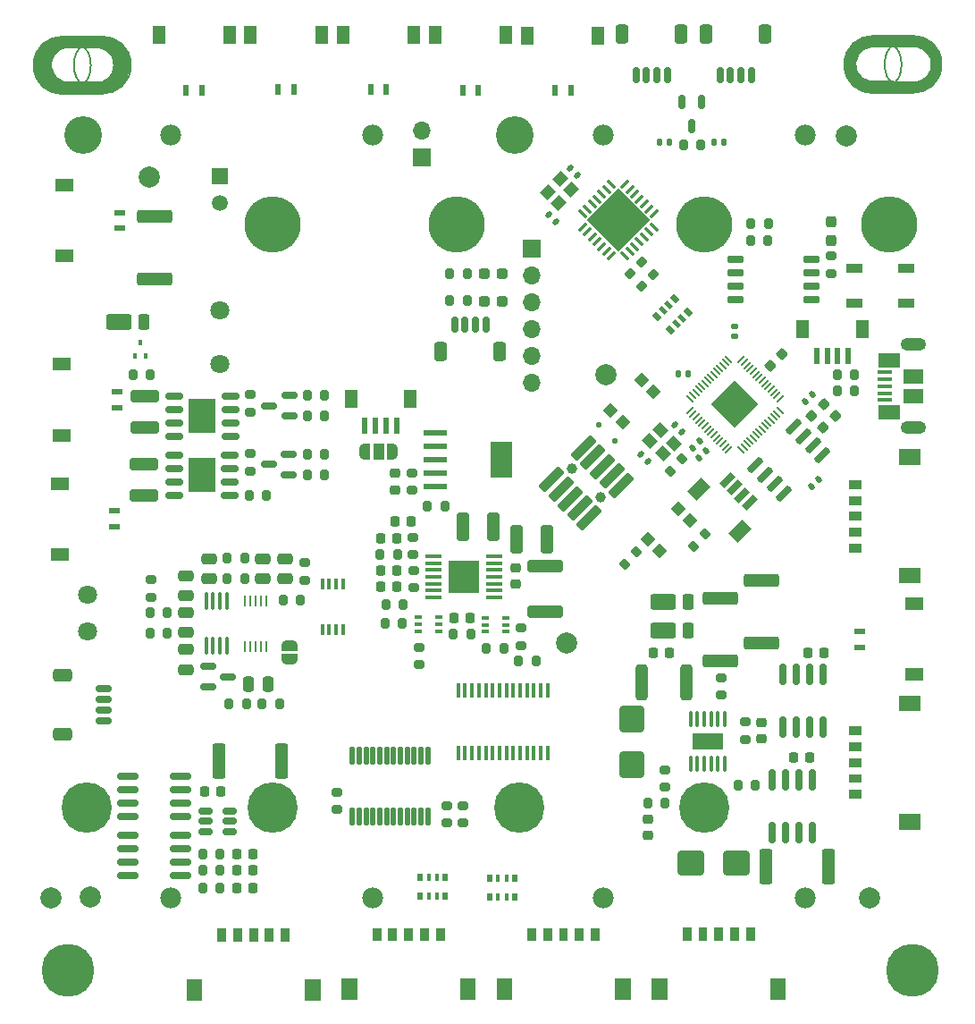
<source format=gbr>
%TF.GenerationSoftware,KiCad,Pcbnew,7.0.1*%
%TF.CreationDate,2023-12-11T20:48:33-07:00*%
%TF.ProjectId,Battery_Board_V3,42617474-6572-4795-9f42-6f6172645f56,rev?*%
%TF.SameCoordinates,Original*%
%TF.FileFunction,Soldermask,Top*%
%TF.FilePolarity,Negative*%
%FSLAX46Y46*%
G04 Gerber Fmt 4.6, Leading zero omitted, Abs format (unit mm)*
G04 Created by KiCad (PCBNEW 7.0.1) date 2023-12-11 20:48:33*
%MOMM*%
%LPD*%
G01*
G04 APERTURE LIST*
G04 Aperture macros list*
%AMRoundRect*
0 Rectangle with rounded corners*
0 $1 Rounding radius*
0 $2 $3 $4 $5 $6 $7 $8 $9 X,Y pos of 4 corners*
0 Add a 4 corners polygon primitive as box body*
4,1,4,$2,$3,$4,$5,$6,$7,$8,$9,$2,$3,0*
0 Add four circle primitives for the rounded corners*
1,1,$1+$1,$2,$3*
1,1,$1+$1,$4,$5*
1,1,$1+$1,$6,$7*
1,1,$1+$1,$8,$9*
0 Add four rect primitives between the rounded corners*
20,1,$1+$1,$2,$3,$4,$5,0*
20,1,$1+$1,$4,$5,$6,$7,0*
20,1,$1+$1,$6,$7,$8,$9,0*
20,1,$1+$1,$8,$9,$2,$3,0*%
%AMRotRect*
0 Rectangle, with rotation*
0 The origin of the aperture is its center*
0 $1 length*
0 $2 width*
0 $3 Rotation angle, in degrees counterclockwise*
0 Add horizontal line*
21,1,$1,$2,0,0,$3*%
%AMFreePoly0*
4,1,19,0.550000,-0.750000,0.000000,-0.750000,0.000000,-0.744911,-0.071157,-0.744911,-0.207708,-0.704816,-0.327430,-0.627875,-0.420627,-0.520320,-0.479746,-0.390866,-0.500000,-0.250000,-0.500000,0.250000,-0.479746,0.390866,-0.420627,0.520320,-0.327430,0.627875,-0.207708,0.704816,-0.071157,0.744911,0.000000,0.744911,0.000000,0.750000,0.550000,0.750000,0.550000,-0.750000,0.550000,-0.750000,
$1*%
%AMFreePoly1*
4,1,19,0.000000,0.744911,0.071157,0.744911,0.207708,0.704816,0.327430,0.627875,0.420627,0.520320,0.479746,0.390866,0.500000,0.250000,0.500000,-0.250000,0.479746,-0.390866,0.420627,-0.520320,0.327430,-0.627875,0.207708,-0.704816,0.071157,-0.744911,0.000000,-0.744911,0.000000,-0.750000,-0.550000,-0.750000,-0.550000,0.750000,0.000000,0.750000,0.000000,0.744911,0.000000,0.744911,
$1*%
%AMFreePoly2*
4,1,19,0.500000,-0.750000,0.000000,-0.750000,0.000000,-0.744911,-0.071157,-0.744911,-0.207708,-0.704816,-0.327430,-0.627875,-0.420627,-0.520320,-0.479746,-0.390866,-0.500000,-0.250000,-0.500000,0.250000,-0.479746,0.390866,-0.420627,0.520320,-0.327430,0.627875,-0.207708,0.704816,-0.071157,0.744911,0.000000,0.744911,0.000000,0.750000,0.500000,0.750000,0.500000,-0.750000,0.500000,-0.750000,
$1*%
%AMFreePoly3*
4,1,19,0.000000,0.744911,0.071157,0.744911,0.207708,0.704816,0.327430,0.627875,0.420627,0.520320,0.479746,0.390866,0.500000,0.250000,0.500000,-0.250000,0.479746,-0.390866,0.420627,-0.520320,0.327430,-0.627875,0.207708,-0.704816,0.071157,-0.744911,0.000000,-0.744911,0.000000,-0.750000,-0.500000,-0.750000,-0.500000,0.750000,0.000000,0.750000,0.000000,0.744911,0.000000,0.744911,
$1*%
G04 Aperture macros list end*
%ADD10C,0.150000*%
%ADD11C,0.010000*%
%ADD12RoundRect,0.150000X0.150000X0.625000X-0.150000X0.625000X-0.150000X-0.625000X0.150000X-0.625000X0*%
%ADD13RoundRect,0.250000X0.350000X0.650000X-0.350000X0.650000X-0.350000X-0.650000X0.350000X-0.650000X0*%
%ADD14RoundRect,0.250000X1.425000X-0.362500X1.425000X0.362500X-1.425000X0.362500X-1.425000X-0.362500X0*%
%ADD15R,1.000000X0.600000*%
%ADD16R,1.800000X1.250000*%
%ADD17RoundRect,0.200000X0.275000X-0.200000X0.275000X0.200000X-0.275000X0.200000X-0.275000X-0.200000X0*%
%ADD18RotRect,0.600000X1.550000X135.000000*%
%ADD19RotRect,1.200000X1.800000X135.000000*%
%ADD20C,5.000000*%
%ADD21RoundRect,0.225000X-0.225000X-0.250000X0.225000X-0.250000X0.225000X0.250000X-0.225000X0.250000X0*%
%ADD22C,2.000000*%
%ADD23R,1.500000X0.900000*%
%ADD24RoundRect,0.150000X0.825000X0.150000X-0.825000X0.150000X-0.825000X-0.150000X0.825000X-0.150000X0*%
%ADD25R,0.650000X0.400000*%
%ADD26RoundRect,0.200000X-0.200000X-0.275000X0.200000X-0.275000X0.200000X0.275000X-0.200000X0.275000X0*%
%ADD27RoundRect,0.150000X0.662500X0.150000X-0.662500X0.150000X-0.662500X-0.150000X0.662500X-0.150000X0*%
%ADD28R,2.514000X3.200000*%
%ADD29RoundRect,0.150000X-0.512500X-0.150000X0.512500X-0.150000X0.512500X0.150000X-0.512500X0.150000X0*%
%ADD30RoundRect,0.140000X-0.021213X0.219203X-0.219203X0.021213X0.021213X-0.219203X0.219203X-0.021213X0*%
%ADD31R,0.600000X1.000000*%
%ADD32R,1.250000X1.800000*%
%ADD33RoundRect,0.140000X-0.219203X-0.021213X-0.021213X-0.219203X0.219203X0.021213X0.021213X0.219203X0*%
%ADD34RoundRect,0.200000X0.200000X0.275000X-0.200000X0.275000X-0.200000X-0.275000X0.200000X-0.275000X0*%
%ADD35RoundRect,0.250000X0.275000X0.500000X-0.275000X0.500000X-0.275000X-0.500000X0.275000X-0.500000X0*%
%ADD36RoundRect,0.250000X0.950000X0.500000X-0.950000X0.500000X-0.950000X-0.500000X0.950000X-0.500000X0*%
%ADD37RoundRect,0.225000X-0.250000X0.225000X-0.250000X-0.225000X0.250000X-0.225000X0.250000X0.225000X0*%
%ADD38RotRect,0.800000X0.500000X135.000000*%
%ADD39RotRect,0.800000X0.400000X135.000000*%
%ADD40RoundRect,0.200000X0.335876X0.053033X0.053033X0.335876X-0.335876X-0.053033X-0.053033X-0.335876X0*%
%ADD41RoundRect,0.225000X0.250000X-0.225000X0.250000X0.225000X-0.250000X0.225000X-0.250000X-0.225000X0*%
%ADD42RoundRect,0.250000X-0.475000X0.250000X-0.475000X-0.250000X0.475000X-0.250000X0.475000X0.250000X0*%
%ADD43RoundRect,0.150000X0.150000X-0.825000X0.150000X0.825000X-0.150000X0.825000X-0.150000X-0.825000X0*%
%ADD44R,2.200000X0.600000*%
%ADD45R,2.150000X3.450000*%
%ADD46RoundRect,0.150000X0.406586X0.618718X-0.618718X-0.406586X-0.406586X-0.618718X0.618718X0.406586X0*%
%ADD47RoundRect,0.050800X0.000000X0.636396X-0.636396X0.000000X0.000000X-0.636396X0.636396X0.000000X0*%
%ADD48RoundRect,0.050800X0.000000X-0.636396X0.636396X0.000000X0.000000X0.636396X-0.636396X0.000000X0*%
%ADD49RoundRect,0.020500X0.184500X-0.764500X0.184500X0.764500X-0.184500X0.764500X-0.184500X-0.764500X0*%
%ADD50RoundRect,0.150000X0.587500X0.150000X-0.587500X0.150000X-0.587500X-0.150000X0.587500X-0.150000X0*%
%ADD51RoundRect,0.250000X0.362500X1.425000X-0.362500X1.425000X-0.362500X-1.425000X0.362500X-1.425000X0*%
%ADD52R,1.700000X1.700000*%
%ADD53O,1.700000X1.700000*%
%ADD54C,1.800000*%
%ADD55R,3.000000X3.100000*%
%ADD56RoundRect,0.100000X-0.687500X-0.100000X0.687500X-0.100000X0.687500X0.100000X-0.687500X0.100000X0*%
%ADD57RoundRect,0.200000X0.053033X-0.335876X0.335876X-0.053033X-0.053033X0.335876X-0.335876X0.053033X0*%
%ADD58R,0.500000X0.800000*%
%ADD59R,0.400000X0.800000*%
%ADD60RoundRect,0.237500X-0.237500X0.287500X-0.237500X-0.287500X0.237500X-0.287500X0.237500X0.287500X0*%
%ADD61RoundRect,0.250000X-0.362500X-1.425000X0.362500X-1.425000X0.362500X1.425000X-0.362500X1.425000X0*%
%ADD62RoundRect,0.250000X-1.000000X-0.900000X1.000000X-0.900000X1.000000X0.900000X-1.000000X0.900000X0*%
%ADD63RoundRect,0.140000X0.219203X0.021213X0.021213X0.219203X-0.219203X-0.021213X-0.021213X-0.219203X0*%
%ADD64RoundRect,0.125000X0.176777X0.000000X0.000000X0.176777X-0.176777X0.000000X0.000000X-0.176777X0*%
%ADD65RoundRect,0.150000X-0.150000X0.512500X-0.150000X-0.512500X0.150000X-0.512500X0.150000X0.512500X0*%
%ADD66RoundRect,0.150000X-0.150000X0.825000X-0.150000X-0.825000X0.150000X-0.825000X0.150000X0.825000X0*%
%ADD67RoundRect,0.200000X-0.053033X0.335876X-0.335876X0.053033X0.053033X-0.335876X0.335876X-0.053033X0*%
%ADD68RoundRect,0.237500X-0.287500X-0.237500X0.287500X-0.237500X0.287500X0.237500X-0.287500X0.237500X0*%
%ADD69R,0.400000X0.510000*%
%ADD70RoundRect,0.250000X-1.425000X0.362500X-1.425000X-0.362500X1.425000X-0.362500X1.425000X0.362500X0*%
%ADD71RoundRect,0.200000X-0.275000X0.200000X-0.275000X-0.200000X0.275000X-0.200000X0.275000X0.200000X0*%
%ADD72RoundRect,0.100000X0.100000X-0.712500X0.100000X0.712500X-0.100000X0.712500X-0.100000X-0.712500X0*%
%ADD73RoundRect,0.250000X0.325000X1.100000X-0.325000X1.100000X-0.325000X-1.100000X0.325000X-1.100000X0*%
%ADD74R,0.450000X1.475000*%
%ADD75RoundRect,0.225000X0.225000X0.250000X-0.225000X0.250000X-0.225000X-0.250000X0.225000X-0.250000X0*%
%ADD76RoundRect,0.150000X-0.650000X-0.150000X0.650000X-0.150000X0.650000X0.150000X-0.650000X0.150000X0*%
%ADD77RoundRect,0.150000X-0.587500X-0.150000X0.587500X-0.150000X0.587500X0.150000X-0.587500X0.150000X0*%
%ADD78RoundRect,0.150000X-0.625000X0.150000X-0.625000X-0.150000X0.625000X-0.150000X0.625000X0.150000X0*%
%ADD79RoundRect,0.250000X-0.650000X0.350000X-0.650000X-0.350000X0.650000X-0.350000X0.650000X0.350000X0*%
%ADD80FreePoly0,0.000000*%
%ADD81R,1.000000X1.500000*%
%ADD82FreePoly1,0.000000*%
%ADD83RoundRect,0.250000X1.100000X-0.325000X1.100000X0.325000X-1.100000X0.325000X-1.100000X-0.325000X0*%
%ADD84RoundRect,0.140000X0.170000X-0.140000X0.170000X0.140000X-0.170000X0.140000X-0.170000X-0.140000X0*%
%ADD85RoundRect,0.140000X-0.140000X-0.170000X0.140000X-0.170000X0.140000X0.170000X-0.140000X0.170000X0*%
%ADD86R,1.380000X0.450000*%
%ADD87O,2.416000X1.208000*%
%ADD88R,2.100000X1.475000*%
%ADD89R,1.900000X1.375000*%
%ADD90RoundRect,0.250000X-0.900000X1.000000X-0.900000X-1.000000X0.900000X-1.000000X0.900000X1.000000X0*%
%ADD91RoundRect,0.140000X0.140000X0.170000X-0.140000X0.170000X-0.140000X-0.170000X0.140000X-0.170000X0*%
%ADD92RoundRect,0.050000X-0.309359X0.238649X0.238649X-0.309359X0.309359X-0.238649X-0.238649X0.309359X0*%
%ADD93RoundRect,0.050000X-0.309359X-0.238649X-0.238649X-0.309359X0.309359X0.238649X0.238649X0.309359X0*%
%ADD94RotRect,3.200000X3.200000X315.000000*%
%ADD95RoundRect,0.250000X0.475000X-0.250000X0.475000X0.250000X-0.475000X0.250000X-0.475000X-0.250000X0*%
%ADD96R,0.250000X1.100000*%
%ADD97RoundRect,0.250000X-0.312500X-1.450000X0.312500X-1.450000X0.312500X1.450000X-0.312500X1.450000X0*%
%ADD98RoundRect,0.075000X0.362392X-0.256326X-0.256326X0.362392X-0.362392X0.256326X0.256326X-0.362392X0*%
%ADD99RoundRect,0.075000X0.362392X0.256326X0.256326X0.362392X-0.362392X-0.256326X-0.256326X-0.362392X0*%
%ADD100RotRect,4.250000X4.250000X135.000000*%
%ADD101C,1.000000*%
%ADD102RoundRect,0.050800X1.187939X0.650538X0.650538X1.187939X-1.187939X-0.650538X-0.650538X-1.187939X0*%
%ADD103R,1.508000X1.508000*%
%ADD104C,1.508000*%
%ADD105R,0.400000X1.100000*%
%ADD106R,0.600000X1.550000*%
%ADD107R,1.200000X1.800000*%
%ADD108RoundRect,0.225000X0.017678X-0.335876X0.335876X-0.017678X-0.017678X0.335876X-0.335876X0.017678X0*%
%ADD109RoundRect,0.225000X-0.335876X-0.017678X-0.017678X-0.335876X0.335876X0.017678X0.017678X0.335876X0*%
%ADD110RoundRect,0.250000X-0.325000X-1.100000X0.325000X-1.100000X0.325000X1.100000X-0.325000X1.100000X0*%
%ADD111RoundRect,0.250000X-1.450000X0.312500X-1.450000X-0.312500X1.450000X-0.312500X1.450000X0.312500X0*%
%ADD112RoundRect,0.100000X0.100000X-0.625000X0.100000X0.625000X-0.100000X0.625000X-0.100000X-0.625000X0*%
%ADD113R,2.850000X1.650000*%
%ADD114RotRect,1.150000X1.000000X315.000000*%
%ADD115RoundRect,0.250000X-0.250000X-0.475000X0.250000X-0.475000X0.250000X0.475000X-0.250000X0.475000X0*%
%ADD116RoundRect,0.140000X0.021213X-0.219203X0.219203X-0.021213X-0.021213X0.219203X-0.219203X0.021213X0*%
%ADD117RotRect,1.150000X1.000000X225.000000*%
%ADD118FreePoly2,270.000000*%
%ADD119FreePoly3,270.000000*%
%ADD120C,4.770000*%
%ADD121C,5.325000*%
%ADD122C,3.570000*%
%ADD123C,1.980000*%
G04 APERTURE END LIST*
D10*
X193457397Y-45800000D02*
G75*
G03*
X193457397Y-45800000I-2707397J0D01*
G01*
X190750000Y-48496747D02*
X194550000Y-48503254D01*
X113942531Y-48568739D02*
X117742531Y-48575246D01*
X197242408Y-45774702D02*
G75*
G03*
X197242408Y-45774702I-2692408J0D01*
G01*
X116649928Y-45871992D02*
G75*
G03*
X116649928Y-45871992I-2707397J0D01*
G01*
X120434939Y-45846694D02*
G75*
G03*
X120434939Y-45846694I-2692408J0D01*
G01*
X194600000Y-43096747D02*
X190800000Y-43103254D01*
X117792531Y-43168739D02*
X113992531Y-43175246D01*
%TO.C,J11*%
D11*
X153016200Y-134296200D02*
X151613800Y-134296200D01*
X151613800Y-132343800D01*
X153016200Y-132343800D01*
X153016200Y-134296200D01*
G36*
X153016200Y-134296200D02*
G01*
X151613800Y-134296200D01*
X151613800Y-132343800D01*
X153016200Y-132343800D01*
X153016200Y-134296200D01*
G37*
X150086200Y-128706200D02*
X149333800Y-128706200D01*
X149333800Y-127553800D01*
X150086200Y-127553800D01*
X150086200Y-128706200D01*
G36*
X150086200Y-128706200D02*
G01*
X149333800Y-128706200D01*
X149333800Y-127553800D01*
X150086200Y-127553800D01*
X150086200Y-128706200D01*
G37*
X148586200Y-128706200D02*
X147833800Y-128706200D01*
X147833800Y-127553800D01*
X148586200Y-127553800D01*
X148586200Y-128706200D01*
G36*
X148586200Y-128706200D02*
G01*
X147833800Y-128706200D01*
X147833800Y-127553800D01*
X148586200Y-127553800D01*
X148586200Y-128706200D01*
G37*
X147086200Y-128706200D02*
X146333800Y-128706200D01*
X146333800Y-127553800D01*
X147086200Y-127553800D01*
X147086200Y-128706200D01*
G36*
X147086200Y-128706200D02*
G01*
X146333800Y-128706200D01*
X146333800Y-127553800D01*
X147086200Y-127553800D01*
X147086200Y-128706200D01*
G37*
X145586200Y-128706200D02*
X144833800Y-128706200D01*
X144833800Y-127553800D01*
X145586200Y-127553800D01*
X145586200Y-128706200D01*
G36*
X145586200Y-128706200D02*
G01*
X144833800Y-128706200D01*
X144833800Y-127553800D01*
X145586200Y-127553800D01*
X145586200Y-128706200D01*
G37*
X144086200Y-128706200D02*
X143333800Y-128706200D01*
X143333800Y-127553800D01*
X144086200Y-127553800D01*
X144086200Y-128706200D01*
G36*
X144086200Y-128706200D02*
G01*
X143333800Y-128706200D01*
X143333800Y-127553800D01*
X144086200Y-127553800D01*
X144086200Y-128706200D01*
G37*
X141806200Y-134296200D02*
X140403800Y-134296200D01*
X140403800Y-132343800D01*
X141806200Y-132343800D01*
X141806200Y-134296200D01*
G36*
X141806200Y-134296200D02*
G01*
X140403800Y-134296200D01*
X140403800Y-132343800D01*
X141806200Y-132343800D01*
X141806200Y-134296200D01*
G37*
%TO.C,J13*%
X182396200Y-134266200D02*
X180993800Y-134266200D01*
X180993800Y-132313800D01*
X182396200Y-132313800D01*
X182396200Y-134266200D01*
G36*
X182396200Y-134266200D02*
G01*
X180993800Y-134266200D01*
X180993800Y-132313800D01*
X182396200Y-132313800D01*
X182396200Y-134266200D01*
G37*
X179466200Y-128676200D02*
X178713800Y-128676200D01*
X178713800Y-127523800D01*
X179466200Y-127523800D01*
X179466200Y-128676200D01*
G36*
X179466200Y-128676200D02*
G01*
X178713800Y-128676200D01*
X178713800Y-127523800D01*
X179466200Y-127523800D01*
X179466200Y-128676200D01*
G37*
X177966200Y-128676200D02*
X177213800Y-128676200D01*
X177213800Y-127523800D01*
X177966200Y-127523800D01*
X177966200Y-128676200D01*
G36*
X177966200Y-128676200D02*
G01*
X177213800Y-128676200D01*
X177213800Y-127523800D01*
X177966200Y-127523800D01*
X177966200Y-128676200D01*
G37*
X176466200Y-128676200D02*
X175713800Y-128676200D01*
X175713800Y-127523800D01*
X176466200Y-127523800D01*
X176466200Y-128676200D01*
G36*
X176466200Y-128676200D02*
G01*
X175713800Y-128676200D01*
X175713800Y-127523800D01*
X176466200Y-127523800D01*
X176466200Y-128676200D01*
G37*
X174966200Y-128676200D02*
X174213800Y-128676200D01*
X174213800Y-127523800D01*
X174966200Y-127523800D01*
X174966200Y-128676200D01*
G36*
X174966200Y-128676200D02*
G01*
X174213800Y-128676200D01*
X174213800Y-127523800D01*
X174966200Y-127523800D01*
X174966200Y-128676200D01*
G37*
X173466200Y-128676200D02*
X172713800Y-128676200D01*
X172713800Y-127523800D01*
X173466200Y-127523800D01*
X173466200Y-128676200D01*
G36*
X173466200Y-128676200D02*
G01*
X172713800Y-128676200D01*
X172713800Y-127523800D01*
X173466200Y-127523800D01*
X173466200Y-128676200D01*
G37*
X171186200Y-134266200D02*
X169783800Y-134266200D01*
X169783800Y-132313800D01*
X171186200Y-132313800D01*
X171186200Y-134266200D01*
G36*
X171186200Y-134266200D02*
G01*
X169783800Y-134266200D01*
X169783800Y-132313800D01*
X171186200Y-132313800D01*
X171186200Y-134266200D01*
G37*
%TO.C,J14*%
X195186200Y-106941200D02*
X193233800Y-106941200D01*
X193233800Y-105538800D01*
X195186200Y-105538800D01*
X195186200Y-106941200D01*
G36*
X195186200Y-106941200D02*
G01*
X193233800Y-106941200D01*
X193233800Y-105538800D01*
X195186200Y-105538800D01*
X195186200Y-106941200D01*
G37*
X189596200Y-109221200D02*
X188443800Y-109221200D01*
X188443800Y-108468800D01*
X189596200Y-108468800D01*
X189596200Y-109221200D01*
G36*
X189596200Y-109221200D02*
G01*
X188443800Y-109221200D01*
X188443800Y-108468800D01*
X189596200Y-108468800D01*
X189596200Y-109221200D01*
G37*
X189596200Y-110721200D02*
X188443800Y-110721200D01*
X188443800Y-109968800D01*
X189596200Y-109968800D01*
X189596200Y-110721200D01*
G36*
X189596200Y-110721200D02*
G01*
X188443800Y-110721200D01*
X188443800Y-109968800D01*
X189596200Y-109968800D01*
X189596200Y-110721200D01*
G37*
X189596200Y-112221200D02*
X188443800Y-112221200D01*
X188443800Y-111468800D01*
X189596200Y-111468800D01*
X189596200Y-112221200D01*
G36*
X189596200Y-112221200D02*
G01*
X188443800Y-112221200D01*
X188443800Y-111468800D01*
X189596200Y-111468800D01*
X189596200Y-112221200D01*
G37*
X189596200Y-113721200D02*
X188443800Y-113721200D01*
X188443800Y-112968800D01*
X189596200Y-112968800D01*
X189596200Y-113721200D01*
G36*
X189596200Y-113721200D02*
G01*
X188443800Y-113721200D01*
X188443800Y-112968800D01*
X189596200Y-112968800D01*
X189596200Y-113721200D01*
G37*
X189596200Y-115221200D02*
X188443800Y-115221200D01*
X188443800Y-114468800D01*
X189596200Y-114468800D01*
X189596200Y-115221200D01*
G36*
X189596200Y-115221200D02*
G01*
X188443800Y-115221200D01*
X188443800Y-114468800D01*
X189596200Y-114468800D01*
X189596200Y-115221200D01*
G37*
X195186200Y-118151200D02*
X193233800Y-118151200D01*
X193233800Y-116748800D01*
X195186200Y-116748800D01*
X195186200Y-118151200D01*
G36*
X195186200Y-118151200D02*
G01*
X193233800Y-118151200D01*
X193233800Y-116748800D01*
X195186200Y-116748800D01*
X195186200Y-118151200D01*
G37*
%TO.C,J12*%
X167696200Y-134276200D02*
X166293800Y-134276200D01*
X166293800Y-132323800D01*
X167696200Y-132323800D01*
X167696200Y-134276200D01*
G36*
X167696200Y-134276200D02*
G01*
X166293800Y-134276200D01*
X166293800Y-132323800D01*
X167696200Y-132323800D01*
X167696200Y-134276200D01*
G37*
X164766200Y-128686200D02*
X164013800Y-128686200D01*
X164013800Y-127533800D01*
X164766200Y-127533800D01*
X164766200Y-128686200D01*
G36*
X164766200Y-128686200D02*
G01*
X164013800Y-128686200D01*
X164013800Y-127533800D01*
X164766200Y-127533800D01*
X164766200Y-128686200D01*
G37*
X163266200Y-128686200D02*
X162513800Y-128686200D01*
X162513800Y-127533800D01*
X163266200Y-127533800D01*
X163266200Y-128686200D01*
G36*
X163266200Y-128686200D02*
G01*
X162513800Y-128686200D01*
X162513800Y-127533800D01*
X163266200Y-127533800D01*
X163266200Y-128686200D01*
G37*
X161766200Y-128686200D02*
X161013800Y-128686200D01*
X161013800Y-127533800D01*
X161766200Y-127533800D01*
X161766200Y-128686200D01*
G36*
X161766200Y-128686200D02*
G01*
X161013800Y-128686200D01*
X161013800Y-127533800D01*
X161766200Y-127533800D01*
X161766200Y-128686200D01*
G37*
X160266200Y-128686200D02*
X159513800Y-128686200D01*
X159513800Y-127533800D01*
X160266200Y-127533800D01*
X160266200Y-128686200D01*
G36*
X160266200Y-128686200D02*
G01*
X159513800Y-128686200D01*
X159513800Y-127533800D01*
X160266200Y-127533800D01*
X160266200Y-128686200D01*
G37*
X158766200Y-128686200D02*
X158013800Y-128686200D01*
X158013800Y-127533800D01*
X158766200Y-127533800D01*
X158766200Y-128686200D01*
G36*
X158766200Y-128686200D02*
G01*
X158013800Y-128686200D01*
X158013800Y-127533800D01*
X158766200Y-127533800D01*
X158766200Y-128686200D01*
G37*
X156486200Y-134276200D02*
X155083800Y-134276200D01*
X155083800Y-132323800D01*
X156486200Y-132323800D01*
X156486200Y-134276200D01*
G36*
X156486200Y-134276200D02*
G01*
X155083800Y-134276200D01*
X155083800Y-132323800D01*
X156486200Y-132323800D01*
X156486200Y-134276200D01*
G37*
%TO.C,J10*%
X138321200Y-134316200D02*
X136918800Y-134316200D01*
X136918800Y-132363800D01*
X138321200Y-132363800D01*
X138321200Y-134316200D01*
G36*
X138321200Y-134316200D02*
G01*
X136918800Y-134316200D01*
X136918800Y-132363800D01*
X138321200Y-132363800D01*
X138321200Y-134316200D01*
G37*
X135391200Y-128726200D02*
X134638800Y-128726200D01*
X134638800Y-127573800D01*
X135391200Y-127573800D01*
X135391200Y-128726200D01*
G36*
X135391200Y-128726200D02*
G01*
X134638800Y-128726200D01*
X134638800Y-127573800D01*
X135391200Y-127573800D01*
X135391200Y-128726200D01*
G37*
X133891200Y-128726200D02*
X133138800Y-128726200D01*
X133138800Y-127573800D01*
X133891200Y-127573800D01*
X133891200Y-128726200D01*
G36*
X133891200Y-128726200D02*
G01*
X133138800Y-128726200D01*
X133138800Y-127573800D01*
X133891200Y-127573800D01*
X133891200Y-128726200D01*
G37*
X132391200Y-128726200D02*
X131638800Y-128726200D01*
X131638800Y-127573800D01*
X132391200Y-127573800D01*
X132391200Y-128726200D01*
G36*
X132391200Y-128726200D02*
G01*
X131638800Y-128726200D01*
X131638800Y-127573800D01*
X132391200Y-127573800D01*
X132391200Y-128726200D01*
G37*
X130891200Y-128726200D02*
X130138800Y-128726200D01*
X130138800Y-127573800D01*
X130891200Y-127573800D01*
X130891200Y-128726200D01*
G36*
X130891200Y-128726200D02*
G01*
X130138800Y-128726200D01*
X130138800Y-127573800D01*
X130891200Y-127573800D01*
X130891200Y-128726200D01*
G37*
X129391200Y-128726200D02*
X128638800Y-128726200D01*
X128638800Y-127573800D01*
X129391200Y-127573800D01*
X129391200Y-128726200D01*
G36*
X129391200Y-128726200D02*
G01*
X128638800Y-128726200D01*
X128638800Y-127573800D01*
X129391200Y-127573800D01*
X129391200Y-128726200D01*
G37*
X127111200Y-134316200D02*
X125708800Y-134316200D01*
X125708800Y-132363800D01*
X127111200Y-132363800D01*
X127111200Y-134316200D01*
G36*
X127111200Y-134316200D02*
G01*
X125708800Y-134316200D01*
X125708800Y-132363800D01*
X127111200Y-132363800D01*
X127111200Y-134316200D01*
G37*
%TO.C,J15*%
X195206200Y-83626200D02*
X193253800Y-83626200D01*
X193253800Y-82223800D01*
X195206200Y-82223800D01*
X195206200Y-83626200D01*
G36*
X195206200Y-83626200D02*
G01*
X193253800Y-83626200D01*
X193253800Y-82223800D01*
X195206200Y-82223800D01*
X195206200Y-83626200D01*
G37*
X189616200Y-85906200D02*
X188463800Y-85906200D01*
X188463800Y-85153800D01*
X189616200Y-85153800D01*
X189616200Y-85906200D01*
G36*
X189616200Y-85906200D02*
G01*
X188463800Y-85906200D01*
X188463800Y-85153800D01*
X189616200Y-85153800D01*
X189616200Y-85906200D01*
G37*
X189616200Y-87406200D02*
X188463800Y-87406200D01*
X188463800Y-86653800D01*
X189616200Y-86653800D01*
X189616200Y-87406200D01*
G36*
X189616200Y-87406200D02*
G01*
X188463800Y-87406200D01*
X188463800Y-86653800D01*
X189616200Y-86653800D01*
X189616200Y-87406200D01*
G37*
X189616200Y-88906200D02*
X188463800Y-88906200D01*
X188463800Y-88153800D01*
X189616200Y-88153800D01*
X189616200Y-88906200D01*
G36*
X189616200Y-88906200D02*
G01*
X188463800Y-88906200D01*
X188463800Y-88153800D01*
X189616200Y-88153800D01*
X189616200Y-88906200D01*
G37*
X189616200Y-90406200D02*
X188463800Y-90406200D01*
X188463800Y-89653800D01*
X189616200Y-89653800D01*
X189616200Y-90406200D01*
G36*
X189616200Y-90406200D02*
G01*
X188463800Y-90406200D01*
X188463800Y-89653800D01*
X189616200Y-89653800D01*
X189616200Y-90406200D01*
G37*
X189616200Y-91906200D02*
X188463800Y-91906200D01*
X188463800Y-91153800D01*
X189616200Y-91153800D01*
X189616200Y-91906200D01*
G36*
X189616200Y-91906200D02*
G01*
X188463800Y-91906200D01*
X188463800Y-91153800D01*
X189616200Y-91153800D01*
X189616200Y-91906200D01*
G37*
X195206200Y-94836200D02*
X193253800Y-94836200D01*
X193253800Y-93433800D01*
X195206200Y-93433800D01*
X195206200Y-94836200D01*
G36*
X195206200Y-94836200D02*
G01*
X193253800Y-94836200D01*
X193253800Y-93433800D01*
X195206200Y-93433800D01*
X195206200Y-94836200D01*
G37*
%TD*%
D12*
%TO.C,J27*%
X154110000Y-70395000D03*
X153110000Y-70395000D03*
X152110000Y-70395000D03*
X151110000Y-70395000D03*
D13*
X155410000Y-72920000D03*
X149810000Y-72920000D03*
%TD*%
D14*
%TO.C,R58*%
X122690000Y-66092500D03*
X122690000Y-60167500D03*
%TD*%
D15*
%TO.C,J17*%
X119370000Y-61300000D03*
X119370000Y-59800000D03*
D16*
X114180000Y-57195000D03*
X114180000Y-63905000D03*
%TD*%
D17*
%TO.C,R57*%
X186790000Y-65585000D03*
X186790000Y-63935000D03*
%TD*%
D18*
%TO.C,J21*%
X179057577Y-87283744D03*
X178350470Y-86576637D03*
X177643363Y-85869530D03*
X176936256Y-85162423D03*
D19*
X178191371Y-89988427D03*
X174231573Y-86028629D03*
%TD*%
D20*
%TO.C,*%
X194500000Y-131530000D03*
%TD*%
D21*
%TO.C,C1*%
X144082500Y-90615000D03*
X145632500Y-90615000D03*
%TD*%
D22*
%TO.C,TP6*%
X122170000Y-56450000D03*
%TD*%
D23*
%TO.C,LED1*%
X193870000Y-68420000D03*
X193870000Y-65120000D03*
X188970000Y-65120000D03*
X188970000Y-68420000D03*
%TD*%
D24*
%TO.C,Q2*%
X125124999Y-122585000D03*
X125124999Y-121315000D03*
X125124999Y-120045000D03*
X125124999Y-118775000D03*
X120174999Y-118775000D03*
X120174999Y-120045000D03*
X120174999Y-121315000D03*
X120174999Y-122585000D03*
%TD*%
D25*
%TO.C,Q3*%
X154057500Y-98180000D03*
X154057500Y-98830000D03*
X154057500Y-99480000D03*
X155957500Y-99480000D03*
X155957500Y-98830000D03*
X155957500Y-98180000D03*
%TD*%
D26*
%TO.C,R4*%
X127225000Y-120530000D03*
X128875000Y-120530000D03*
%TD*%
D27*
%TO.C,Q9*%
X129840002Y-86574999D03*
X129840002Y-85304999D03*
X129840002Y-84034999D03*
X129840002Y-82764999D03*
X124565002Y-82764999D03*
X124565002Y-84034999D03*
X124565002Y-85304999D03*
X124565002Y-86574999D03*
D28*
X127202502Y-84669999D03*
%TD*%
D29*
%TO.C,U1*%
X127542500Y-116500000D03*
X127542500Y-117450000D03*
X127542500Y-118400000D03*
X129817500Y-118400000D03*
X129817500Y-117450000D03*
X129817500Y-116500000D03*
%TD*%
D30*
%TO.C,C31*%
X185639411Y-85060589D03*
X184960589Y-85739411D03*
%TD*%
D31*
%TO.C,J7*%
X153370000Y-48210000D03*
X151870000Y-48210000D03*
D32*
X155975000Y-43020000D03*
X149265000Y-43020000D03*
%TD*%
D33*
%TO.C,C20*%
X171960589Y-79870589D03*
X172639411Y-80549411D03*
%TD*%
D34*
%TO.C,FB3*%
X131215000Y-94502499D03*
X129565000Y-94502499D03*
%TD*%
D35*
%TO.C,D1*%
X121640001Y-70154998D03*
D36*
X119265001Y-70154998D03*
%TD*%
D34*
%TO.C,R19*%
X133285000Y-86564998D03*
X131635000Y-86564998D03*
%TD*%
D37*
%TO.C,C40*%
X180220000Y-108085000D03*
X180220000Y-109635000D03*
%TD*%
D38*
%TO.C,R48*%
X171537868Y-70934924D03*
D39*
X172103553Y-70369239D03*
X172669239Y-69803553D03*
D38*
X173234924Y-69237868D03*
X171962132Y-67965076D03*
D39*
X171396447Y-68530761D03*
X170830761Y-69096447D03*
D38*
X170265076Y-69662132D03*
%TD*%
D31*
%TO.C,J8*%
X162110000Y-48230000D03*
X160610000Y-48230000D03*
D32*
X164715000Y-43040000D03*
X158005000Y-43040000D03*
%TD*%
D34*
%TO.C,R31*%
X180825000Y-60880000D03*
X179175000Y-60880000D03*
%TD*%
D26*
%TO.C,R43*%
X169415000Y-115690000D03*
X171065000Y-115690000D03*
%TD*%
D40*
%TO.C,R40*%
X169963503Y-65683595D03*
X168796777Y-64516869D03*
%TD*%
D41*
%TO.C,C13*%
X145467500Y-86055000D03*
X145467500Y-84505000D03*
%TD*%
D42*
%TO.C,C18*%
X125665000Y-97682499D03*
X125665000Y-99582499D03*
%TD*%
D43*
%TO.C,U14*%
X182215000Y-108495000D03*
X183485000Y-108495000D03*
X184755000Y-108495000D03*
X186025000Y-108495000D03*
X186025000Y-103545000D03*
X184755000Y-103545000D03*
X183485000Y-103545000D03*
X182215000Y-103545000D03*
%TD*%
D44*
%TO.C,U6*%
X149270000Y-80630000D03*
X149270000Y-81900000D03*
X149270000Y-83170000D03*
X149270000Y-84440000D03*
X149270000Y-85710000D03*
D45*
X155570000Y-83170000D03*
%TD*%
D46*
%TO.C,U13*%
X185957838Y-82766238D03*
X185059813Y-81868213D03*
X184161787Y-80970187D03*
X183263762Y-80072162D03*
X179622162Y-83713762D03*
X180520187Y-84611787D03*
X181418213Y-85509813D03*
X182316238Y-86407838D03*
%TD*%
D47*
%TO.C,SW1*%
X167046117Y-79685254D03*
X169945254Y-76786117D03*
X165914746Y-78553883D03*
X168813883Y-75654746D03*
%TD*%
D26*
%TO.C,FB1*%
X132890000Y-106322499D03*
X134540000Y-106322499D03*
%TD*%
D48*
%TO.C,SW2*%
X172313883Y-87844746D03*
X169414746Y-90743883D03*
X173445254Y-88976117D03*
X170546117Y-91875254D03*
%TD*%
D22*
%TO.C,TP1*%
X161720000Y-100590000D03*
%TD*%
D21*
%TO.C,C12*%
X151052500Y-98160000D03*
X152602500Y-98160000D03*
%TD*%
D41*
%TO.C,C6*%
X156907500Y-95015000D03*
X156907500Y-93465000D03*
%TD*%
D49*
%TO.C,U5*%
X141420000Y-117000000D03*
X142070000Y-117000000D03*
X142720000Y-117000000D03*
X143370000Y-117000000D03*
X144020000Y-117000000D03*
X144670000Y-117000000D03*
X145320000Y-117000000D03*
X145970000Y-117000000D03*
X146620000Y-117000000D03*
X147270000Y-117000000D03*
X147920000Y-117000000D03*
X148570000Y-117000000D03*
X148570000Y-111260000D03*
X147920000Y-111260000D03*
X147270000Y-111260000D03*
X146620000Y-111260000D03*
X145970000Y-111260000D03*
X145320000Y-111260000D03*
X144670000Y-111260000D03*
X144020000Y-111260000D03*
X143370000Y-111260000D03*
X142720000Y-111260000D03*
X142070000Y-111260000D03*
X141420000Y-111260000D03*
%TD*%
D50*
%TO.C,Q7*%
X135407501Y-84619998D03*
X135407501Y-82719998D03*
X133532501Y-83669998D03*
%TD*%
D22*
%TO.C,TP2*%
X116620000Y-124620000D03*
%TD*%
D26*
%TO.C,R54*%
X187340000Y-76720000D03*
X188990000Y-76720000D03*
%TD*%
D51*
%TO.C,R1*%
X134712500Y-111740000D03*
X128787500Y-111740000D03*
%TD*%
D52*
%TO.C,J25*%
X158440000Y-63220000D03*
D53*
X158440000Y-65760000D03*
X158440000Y-68300000D03*
X158440000Y-70840000D03*
X158440000Y-73380000D03*
X158440000Y-75920000D03*
%TD*%
D12*
%TO.C,J20*%
X171300000Y-46780000D03*
X170300000Y-46780000D03*
X169300000Y-46780000D03*
X168300000Y-46780000D03*
D13*
X172600000Y-42905000D03*
X167000000Y-42905000D03*
%TD*%
D54*
%TO.C,J18*%
X116315001Y-99472500D03*
X116315001Y-95972500D03*
%TD*%
D55*
%TO.C,U3*%
X151977500Y-94300000D03*
D56*
X149115000Y-92350000D03*
X149115000Y-93000000D03*
X149115000Y-93650000D03*
X149115000Y-94300000D03*
X149115000Y-94950000D03*
X149115000Y-95600000D03*
X149115000Y-96250000D03*
X154840000Y-96250000D03*
X154840000Y-95600000D03*
X154840000Y-94950000D03*
X154840000Y-94300000D03*
X154840000Y-93650000D03*
X154840000Y-93000000D03*
X154840000Y-92350000D03*
%TD*%
D57*
%TO.C,R45*%
X173716637Y-91403363D03*
X174883363Y-90236637D03*
%TD*%
D52*
%TO.C,J1*%
X147990000Y-54600000D03*
D53*
X147990000Y-52060000D03*
%TD*%
D17*
%TO.C,R52*%
X178650000Y-109685000D03*
X178650000Y-108035000D03*
%TD*%
D34*
%TO.C,R10*%
X155762500Y-101060000D03*
X154112500Y-101060000D03*
%TD*%
D17*
%TO.C,R20*%
X139990000Y-116330000D03*
X139990000Y-114680000D03*
%TD*%
D42*
%TO.C,C27*%
X132924999Y-92572500D03*
X132924999Y-94472500D03*
%TD*%
D26*
%TO.C,R53*%
X187340000Y-75180000D03*
X188990000Y-75180000D03*
%TD*%
D58*
%TO.C,R18*%
X156840000Y-122790000D03*
D59*
X156040000Y-122790000D03*
X155240000Y-122790000D03*
D58*
X154440000Y-122790000D03*
X154440000Y-124590000D03*
D59*
X155240000Y-124590000D03*
X156040000Y-124590000D03*
D58*
X156840000Y-124590000D03*
%TD*%
D34*
%TO.C,R9*%
X122302500Y-75170000D03*
X120652500Y-75170000D03*
%TD*%
D57*
%TO.C,R36*%
X167200000Y-93110000D03*
X168366726Y-91943274D03*
%TD*%
D60*
%TO.C,D10*%
X186770000Y-62435000D03*
X186770000Y-60685000D03*
%TD*%
D61*
%TO.C,R49*%
X180597500Y-121770000D03*
X186522500Y-121770000D03*
%TD*%
D62*
%TO.C,D4*%
X173502500Y-121420000D03*
X177802500Y-121420000D03*
%TD*%
D12*
%TO.C,J22*%
X179250000Y-46800000D03*
X178250000Y-46800000D03*
X177250000Y-46800000D03*
X176250000Y-46800000D03*
D13*
X180550000Y-42925000D03*
X174950000Y-42925000D03*
%TD*%
D63*
%TO.C,C21*%
X169389411Y-83379411D03*
X168710589Y-82700589D03*
%TD*%
D64*
%TO.C,D8*%
X164772183Y-79872183D03*
X166327817Y-81427817D03*
%TD*%
D65*
%TO.C,D5*%
X174522500Y-49312500D03*
X172622500Y-49312500D03*
X173572500Y-51587500D03*
%TD*%
D66*
%TO.C,U12*%
X185025000Y-113555000D03*
X183755000Y-113555000D03*
X182485000Y-113555000D03*
X181215000Y-113555000D03*
X181215000Y-118505000D03*
X182485000Y-118505000D03*
X183755000Y-118505000D03*
X185025000Y-118505000D03*
%TD*%
D17*
%TO.C,R6*%
X147137500Y-92210000D03*
X147137500Y-90560000D03*
%TD*%
D67*
%TO.C,R38*%
X172683363Y-83136637D03*
X171516637Y-84303363D03*
%TD*%
D68*
%TO.C,D2*%
X155670000Y-68240000D03*
X153920000Y-68240000D03*
%TD*%
D69*
%TO.C,Q4*%
X120841957Y-73425562D03*
X121841957Y-73425562D03*
X121341957Y-72135562D03*
%TD*%
D70*
%TO.C,R55*%
X176250000Y-96307500D03*
X176250000Y-102232500D03*
%TD*%
D26*
%TO.C,R37*%
X129760000Y-106302499D03*
X131410000Y-106302499D03*
%TD*%
D71*
%TO.C,R25*%
X147057500Y-84455000D03*
X147057500Y-86105000D03*
%TD*%
D26*
%TO.C,R26*%
X148552500Y-87640000D03*
X150202500Y-87640000D03*
%TD*%
D33*
%TO.C,C35*%
X160049866Y-59984315D03*
X160728688Y-60663137D03*
%TD*%
D37*
%TO.C,C34*%
X169450000Y-117235000D03*
X169450000Y-118785000D03*
%TD*%
D31*
%TO.C,J5*%
X135890000Y-48177500D03*
X134390000Y-48177500D03*
D32*
X138495000Y-42987500D03*
X131785000Y-42987500D03*
%TD*%
D33*
%TO.C,C36*%
X162036836Y-55564897D03*
X162715658Y-56243719D03*
%TD*%
D42*
%TO.C,C16*%
X135085000Y-92592499D03*
X135085000Y-94492499D03*
%TD*%
D72*
%TO.C,U9*%
X127570000Y-100835000D03*
X128220000Y-100835000D03*
X128870000Y-100835000D03*
X129520000Y-100835000D03*
X129520000Y-96610000D03*
X128870000Y-96610000D03*
X128220000Y-96610000D03*
X127570000Y-96610000D03*
%TD*%
D34*
%TO.C,R47*%
X179615000Y-114000000D03*
X177965000Y-114000000D03*
%TD*%
D30*
%TO.C,C33*%
X174339411Y-81460589D03*
X173660589Y-82139411D03*
%TD*%
D73*
%TO.C,C4*%
X154822500Y-89530000D03*
X151872500Y-89530000D03*
%TD*%
D35*
%TO.C,D6*%
X173225000Y-99350000D03*
D36*
X170850000Y-99350000D03*
%TD*%
D74*
%TO.C,IC1*%
X151465000Y-110958000D03*
X152115000Y-110958000D03*
X152765000Y-110958000D03*
X153415000Y-110958000D03*
X154065000Y-110958000D03*
X154715000Y-110958000D03*
X155365000Y-110958000D03*
X156015000Y-110958000D03*
X156665000Y-110958000D03*
X157315000Y-110958000D03*
X157965000Y-110958000D03*
X158615000Y-110958000D03*
X159265000Y-110958000D03*
X159915000Y-110958000D03*
X159915000Y-105082000D03*
X159265000Y-105082000D03*
X158615000Y-105082000D03*
X157965000Y-105082000D03*
X157315000Y-105082000D03*
X156665000Y-105082000D03*
X156015000Y-105082000D03*
X155365000Y-105082000D03*
X154715000Y-105082000D03*
X154065000Y-105082000D03*
X153415000Y-105082000D03*
X152765000Y-105082000D03*
X152115000Y-105082000D03*
X151465000Y-105082000D03*
%TD*%
D75*
%TO.C,C7*%
X131995000Y-123720000D03*
X130445000Y-123720000D03*
%TD*%
D30*
%TO.C,C26*%
X185009411Y-77030589D03*
X184330589Y-77709411D03*
%TD*%
D26*
%TO.C,R12*%
X151012500Y-99750000D03*
X152662500Y-99750000D03*
%TD*%
D34*
%TO.C,R22*%
X138817501Y-82669999D03*
X137167501Y-82669999D03*
%TD*%
D76*
%TO.C,U8*%
X177720000Y-64275000D03*
X177720000Y-65545000D03*
X177720000Y-66815000D03*
X177720000Y-68085000D03*
X184920000Y-68085000D03*
X184920000Y-66815000D03*
X184920000Y-65545000D03*
X184920000Y-64275000D03*
%TD*%
D17*
%TO.C,R15*%
X147777500Y-102595000D03*
X147777500Y-100945000D03*
%TD*%
D26*
%TO.C,R56*%
X179155000Y-62450000D03*
X180805000Y-62450000D03*
%TD*%
D22*
%TO.C,TP8*%
X165470000Y-75160000D03*
%TD*%
D75*
%TO.C,C10*%
X145622500Y-95260000D03*
X144072500Y-95260000D03*
%TD*%
D25*
%TO.C,Q5*%
X149587500Y-99440000D03*
X149587500Y-98790000D03*
X149587500Y-98140000D03*
X147687500Y-98140000D03*
X147687500Y-98790000D03*
X147687500Y-99440000D03*
%TD*%
D50*
%TO.C,Q6*%
X135440002Y-79039999D03*
X135440002Y-77139999D03*
X133565002Y-78089999D03*
%TD*%
D34*
%TO.C,FB2*%
X131210000Y-92552500D03*
X129560000Y-92552500D03*
%TD*%
D75*
%TO.C,C11*%
X145627500Y-93730000D03*
X144077500Y-93730000D03*
%TD*%
D77*
%TO.C,U10*%
X127767500Y-102802500D03*
X127767500Y-104702500D03*
X129642500Y-103752500D03*
%TD*%
D75*
%TO.C,C8*%
X132015001Y-120540000D03*
X130465001Y-120540000D03*
%TD*%
D34*
%TO.C,R3*%
X128885000Y-123740000D03*
X127235000Y-123740000D03*
%TD*%
D78*
%TO.C,J16*%
X117890000Y-104910000D03*
X117890000Y-105910000D03*
X117890000Y-106910000D03*
X117890000Y-107910000D03*
D79*
X114015000Y-103610000D03*
X114015000Y-109210000D03*
%TD*%
D26*
%TO.C,R13*%
X157182500Y-102260000D03*
X158832500Y-102260000D03*
%TD*%
D22*
%TO.C,TP5*%
X188260000Y-52580000D03*
%TD*%
D21*
%TO.C,C42*%
X184575000Y-101520000D03*
X186125000Y-101520000D03*
%TD*%
D80*
%TO.C,JP1*%
X142607500Y-82460000D03*
D81*
X143907500Y-82460000D03*
D82*
X145207500Y-82460000D03*
%TD*%
D75*
%TO.C,C9*%
X132005000Y-122090000D03*
X130455000Y-122090000D03*
%TD*%
D83*
%TO.C,C14*%
X121732500Y-80184998D03*
X121732500Y-77234998D03*
%TD*%
D17*
%TO.C,R30*%
X151940000Y-117620000D03*
X151940000Y-115970000D03*
%TD*%
D84*
%TO.C,C29*%
X177630000Y-71530000D03*
X177630000Y-70570000D03*
%TD*%
D14*
%TO.C,R50*%
X180210000Y-100592500D03*
X180210000Y-94667500D03*
%TD*%
D85*
%TO.C,C37*%
X175690000Y-53130000D03*
X176650000Y-53130000D03*
%TD*%
D86*
%TO.C,J24*%
X191890000Y-74947500D03*
X191890000Y-75597500D03*
X191890000Y-76247500D03*
X191890000Y-76897500D03*
X191890000Y-77547500D03*
D87*
X194550000Y-80197500D03*
D88*
X192250000Y-78710000D03*
D89*
X194550000Y-77185000D03*
X194550000Y-75310000D03*
D88*
X192250000Y-73785000D03*
D87*
X194550000Y-72297500D03*
%TD*%
D90*
%TO.C,D7*%
X167900000Y-107792500D03*
X167900000Y-112092500D03*
%TD*%
D71*
%TO.C,R27*%
X131742501Y-77054999D03*
X131742501Y-78704999D03*
%TD*%
D15*
%TO.C,J4*%
X189480000Y-100950000D03*
X189480000Y-99450000D03*
D16*
X194670000Y-103555000D03*
X194670000Y-96845000D03*
%TD*%
D21*
%TO.C,C2*%
X145447500Y-89075000D03*
X146997500Y-89075000D03*
%TD*%
D34*
%TO.C,R39*%
X152310000Y-68160000D03*
X150660000Y-68160000D03*
%TD*%
D58*
%TO.C,R16*%
X150250000Y-122760000D03*
D59*
X149450000Y-122760000D03*
X148650000Y-122760000D03*
D58*
X147850000Y-122760000D03*
X147850000Y-124560000D03*
D59*
X148650000Y-124560000D03*
X149450000Y-124560000D03*
D58*
X150250000Y-124560000D03*
%TD*%
D26*
%TO.C,R23*%
X137147502Y-79059999D03*
X138797502Y-79059999D03*
%TD*%
D91*
%TO.C,C32*%
X173270000Y-75050000D03*
X172310000Y-75050000D03*
%TD*%
D15*
%TO.C,J2*%
X118900000Y-88055000D03*
X118900000Y-89555000D03*
D16*
X113710000Y-85450000D03*
X113710000Y-92160000D03*
%TD*%
D92*
%TO.C,IC3*%
X177074326Y-73728730D03*
X176791483Y-74011573D03*
X176508641Y-74294415D03*
X176225798Y-74577258D03*
X175942955Y-74860101D03*
X175660113Y-75142943D03*
X175377270Y-75425786D03*
X175094427Y-75708629D03*
X174811584Y-75991472D03*
X174528742Y-76274314D03*
X174245899Y-76557157D03*
X173963056Y-76840000D03*
X173680214Y-77122842D03*
X173397371Y-77405685D03*
D93*
X173397371Y-78590089D03*
X173680214Y-78872932D03*
X173963056Y-79155774D03*
X174245899Y-79438617D03*
X174528742Y-79721460D03*
X174811584Y-80004302D03*
X175094427Y-80287145D03*
X175377270Y-80569988D03*
X175660113Y-80852831D03*
X175942955Y-81135673D03*
X176225798Y-81418516D03*
X176508641Y-81701359D03*
X176791483Y-81984201D03*
X177074326Y-82267044D03*
D92*
X178258730Y-82267044D03*
X178541573Y-81984201D03*
X178824415Y-81701359D03*
X179107258Y-81418516D03*
X179390101Y-81135673D03*
X179672943Y-80852831D03*
X179955786Y-80569988D03*
X180238629Y-80287145D03*
X180521472Y-80004302D03*
X180804314Y-79721460D03*
X181087157Y-79438617D03*
X181370000Y-79155774D03*
X181652842Y-78872932D03*
X181935685Y-78590089D03*
D93*
X181935685Y-77405685D03*
X181652842Y-77122842D03*
X181370000Y-76840000D03*
X181087157Y-76557157D03*
X180804314Y-76274314D03*
X180521472Y-75991472D03*
X180238629Y-75708629D03*
X179955786Y-75425786D03*
X179672943Y-75142943D03*
X179390101Y-74860101D03*
X179107258Y-74577258D03*
X178824415Y-74294415D03*
X178541573Y-74011573D03*
X178258730Y-73728730D03*
D94*
X177666528Y-77997887D03*
%TD*%
D83*
%TO.C,C15*%
X121702500Y-86564998D03*
X121702500Y-83614998D03*
%TD*%
D26*
%TO.C,R8*%
X144032500Y-92145000D03*
X145682500Y-92145000D03*
%TD*%
D95*
%TO.C,C17*%
X125675000Y-103082499D03*
X125675000Y-101182499D03*
%TD*%
D96*
%TO.C,U7*%
X133265001Y-96572500D03*
X132765001Y-96572500D03*
X132265001Y-96572500D03*
X131765001Y-96572500D03*
X131265001Y-96572500D03*
X131265001Y-100872500D03*
X131765001Y-100872500D03*
X132265001Y-100872500D03*
X132765001Y-100872500D03*
X133265001Y-100872500D03*
%TD*%
D85*
%TO.C,C38*%
X170490000Y-53170000D03*
X171450000Y-53170000D03*
%TD*%
D97*
%TO.C,L2*%
X168822500Y-104250000D03*
X173097500Y-104250000D03*
%TD*%
D26*
%TO.C,R33*%
X122270001Y-99592499D03*
X123920001Y-99592499D03*
%TD*%
D98*
%TO.C,U11*%
X167239374Y-63935274D03*
X167698994Y-63475654D03*
X168158613Y-63016035D03*
X168618232Y-62556415D03*
X169077852Y-62096796D03*
X169537471Y-61637177D03*
X169997091Y-61177557D03*
D99*
X169997091Y-59922443D03*
X169537471Y-59462823D03*
X169077852Y-59003204D03*
X168618232Y-58543585D03*
X168158613Y-58083965D03*
X167698994Y-57624346D03*
X167239374Y-57164726D03*
D98*
X165984260Y-57164726D03*
X165524640Y-57624346D03*
X165065021Y-58083965D03*
X164605402Y-58543585D03*
X164145782Y-59003204D03*
X163686163Y-59462823D03*
X163226543Y-59922443D03*
D99*
X163226543Y-61177557D03*
X163686163Y-61637177D03*
X164145782Y-62096796D03*
X164605402Y-62556415D03*
X165065021Y-63016035D03*
X165524640Y-63475654D03*
X165984260Y-63935274D03*
D100*
X166611817Y-60550000D03*
%TD*%
D101*
%TO.C,J23*%
X164940000Y-86730000D03*
X162245924Y-84035924D03*
D102*
X166909293Y-85658734D03*
X163868734Y-88699293D03*
X166011267Y-84760708D03*
X162970708Y-87801267D03*
X165113242Y-83862682D03*
X162072682Y-86903242D03*
X164215216Y-82964657D03*
X161174657Y-86005216D03*
X163317190Y-82066631D03*
X160276631Y-85107190D03*
%TD*%
D26*
%TO.C,R7*%
X144582500Y-96900000D03*
X146232500Y-96900000D03*
%TD*%
D95*
%TO.C,C24*%
X127845000Y-94482500D03*
X127845000Y-92582500D03*
%TD*%
D24*
%TO.C,Q1*%
X125114999Y-117025000D03*
X125114999Y-115755000D03*
X125114999Y-114485000D03*
X125114999Y-113215000D03*
X120164999Y-113215000D03*
X120164999Y-114485000D03*
X120164999Y-115755000D03*
X120164999Y-117025000D03*
%TD*%
D34*
%TO.C,R17*%
X146182500Y-98700000D03*
X144532500Y-98700000D03*
%TD*%
D17*
%TO.C,R29*%
X150400000Y-117620000D03*
X150400000Y-115970000D03*
%TD*%
D71*
%TO.C,R44*%
X171000000Y-112555000D03*
X171000000Y-114205000D03*
%TD*%
D103*
%TO.C,K1*%
X128862500Y-56350000D03*
D104*
X128862500Y-58890000D03*
D54*
X128862500Y-74130000D03*
X128862500Y-69050000D03*
%TD*%
D26*
%TO.C,R5*%
X127235001Y-122070000D03*
X128885001Y-122070000D03*
%TD*%
D34*
%TO.C,R21*%
X138807501Y-77109998D03*
X137157501Y-77109998D03*
%TD*%
D31*
%TO.C,J9*%
X127190000Y-48207500D03*
X125690000Y-48207500D03*
D32*
X129795000Y-43017500D03*
X123085000Y-43017500D03*
%TD*%
D34*
%TO.C,R46*%
X174425000Y-53400000D03*
X172775000Y-53400000D03*
%TD*%
D105*
%TO.C,IC2*%
X140545000Y-94982499D03*
X139895000Y-94982499D03*
X139245000Y-94982499D03*
X138595000Y-94982499D03*
X138595000Y-99282499D03*
X139245000Y-99282499D03*
X139895000Y-99282499D03*
X140545000Y-99282499D03*
%TD*%
D106*
%TO.C,J19*%
X142597500Y-80005000D03*
X143597500Y-80005000D03*
X144597500Y-80005000D03*
X145597500Y-80005000D03*
D107*
X141297500Y-77480000D03*
X146897500Y-77480000D03*
%TD*%
D108*
%TO.C,C23*%
X181041992Y-74288008D03*
X182138008Y-73191992D03*
%TD*%
D109*
%TO.C,C28*%
X186071992Y-77961992D03*
X187168008Y-79058008D03*
%TD*%
D35*
%TO.C,D9*%
X173235000Y-96660000D03*
D36*
X170860000Y-96660000D03*
%TD*%
D17*
%TO.C,R32*%
X122335000Y-96207501D03*
X122335000Y-94557501D03*
%TD*%
D110*
%TO.C,C3*%
X156942500Y-90780000D03*
X159892500Y-90780000D03*
%TD*%
D17*
%TO.C,R2*%
X136900000Y-94607499D03*
X136900000Y-92957499D03*
%TD*%
D27*
%TO.C,Q8*%
X129857500Y-80990000D03*
X129857500Y-79720000D03*
X129857500Y-78450000D03*
X129857500Y-77180000D03*
X124582500Y-77180000D03*
X124582500Y-78450000D03*
X124582500Y-79720000D03*
X124582500Y-80990000D03*
D28*
X127220000Y-79085000D03*
%TD*%
D95*
%TO.C,C19*%
X125685001Y-96102500D03*
X125685001Y-94202500D03*
%TD*%
D20*
%TO.C,*%
X114500000Y-131530000D03*
%TD*%
D22*
%TO.C,TP4*%
X112860000Y-124670000D03*
%TD*%
D111*
%TO.C,L1*%
X159727500Y-93312500D03*
X159727500Y-97587500D03*
%TD*%
D22*
%TO.C,TP3*%
X190450000Y-124720000D03*
%TD*%
D112*
%TO.C,IC4*%
X173465000Y-112030000D03*
X174115000Y-112030000D03*
X174765000Y-112030000D03*
X175415000Y-112030000D03*
X176065000Y-112030000D03*
X176715000Y-112030000D03*
X176715000Y-107730000D03*
X176065000Y-107730000D03*
X175415000Y-107730000D03*
X174765000Y-107730000D03*
X174115000Y-107730000D03*
X173465000Y-107730000D03*
D113*
X175090000Y-109880000D03*
%TD*%
D114*
%TO.C,Y1*%
X169616307Y-81406256D03*
X170853744Y-82643693D03*
X171843693Y-81653744D03*
X170606256Y-80416307D03*
%TD*%
D17*
%TO.C,R11*%
X147237500Y-95325000D03*
X147237500Y-93675000D03*
%TD*%
D34*
%TO.C,R35*%
X136530000Y-96502499D03*
X134880000Y-96502499D03*
%TD*%
%TO.C,R34*%
X123910001Y-97682499D03*
X122260001Y-97682499D03*
%TD*%
D17*
%TO.C,R51*%
X176360000Y-105505000D03*
X176360000Y-103855000D03*
%TD*%
D26*
%TO.C,R24*%
X137147501Y-84639998D03*
X138797501Y-84639998D03*
%TD*%
D21*
%TO.C,C39*%
X169935000Y-101470000D03*
X171485000Y-101470000D03*
%TD*%
D115*
%TO.C,C22*%
X131555000Y-104442499D03*
X133455000Y-104442499D03*
%TD*%
D21*
%TO.C,C5*%
X127395000Y-114610000D03*
X128945000Y-114610000D03*
%TD*%
D31*
%TO.C,J6*%
X144645000Y-48160000D03*
X143145000Y-48160000D03*
D32*
X147250000Y-42970000D03*
X140540000Y-42970000D03*
%TD*%
D21*
%TO.C,C41*%
X183215000Y-111430000D03*
X184765000Y-111430000D03*
%TD*%
D116*
%TO.C,C25*%
X174240589Y-83009411D03*
X174919411Y-82330589D03*
%TD*%
D15*
%TO.C,J3*%
X119107500Y-76790000D03*
X119107500Y-78290000D03*
D16*
X113917500Y-74185000D03*
X113917500Y-80895000D03*
%TD*%
D40*
%TO.C,R42*%
X168863952Y-66790217D03*
X167697226Y-65623491D03*
%TD*%
D17*
%TO.C,R14*%
X157427500Y-100785000D03*
X157427500Y-99135000D03*
%TD*%
D71*
%TO.C,R28*%
X131712500Y-82625000D03*
X131712500Y-84275000D03*
%TD*%
D117*
%TO.C,Y2*%
X161170631Y-56643235D03*
X159933194Y-57880672D03*
X160923143Y-58870621D03*
X162160580Y-57633184D03*
%TD*%
D106*
%TO.C,J26*%
X185410000Y-73365000D03*
X186410000Y-73365000D03*
X187410000Y-73365000D03*
X188410000Y-73365000D03*
D107*
X184110000Y-70840000D03*
X189710000Y-70840000D03*
%TD*%
D118*
%TO.C,JP2*%
X135485000Y-100822499D03*
D119*
X135485000Y-102122499D03*
%TD*%
D68*
%TO.C,D3*%
X155655000Y-65610000D03*
X153905000Y-65610000D03*
%TD*%
D34*
%TO.C,R41*%
X152320000Y-65610000D03*
X150670000Y-65610000D03*
%TD*%
D109*
%TO.C,C30*%
X184961992Y-79041992D03*
X186058008Y-80138008D03*
%TD*%
D120*
%TO.C,U2*%
X133828500Y-116160000D03*
X116298500Y-116160000D03*
D121*
X133828500Y-60960000D03*
X151298500Y-60960000D03*
D122*
X115878500Y-52450000D03*
D123*
X124248500Y-124670000D03*
X143378500Y-124670000D03*
X124248500Y-52450000D03*
X143378500Y-52450000D03*
%TD*%
D120*
%TO.C,U4*%
X174790000Y-116180000D03*
X157260000Y-116180000D03*
D121*
X174790000Y-60980000D03*
X192260000Y-60980000D03*
D122*
X156840000Y-52470000D03*
D123*
X165210000Y-124690000D03*
X184340000Y-124690000D03*
X165210000Y-52470000D03*
X184340000Y-52470000D03*
%TD*%
G36*
X190649101Y-43097557D02*
G01*
X194544357Y-43088889D01*
X194553847Y-43089226D01*
X195201211Y-43136673D01*
X195240463Y-43146028D01*
X195809453Y-43383108D01*
X195832439Y-43395632D01*
X196294118Y-43713464D01*
X196315903Y-43732491D01*
X196797421Y-44262162D01*
X196812678Y-44282842D01*
X196990826Y-44584467D01*
X197004447Y-44617483D01*
X197246299Y-45568283D01*
X197250179Y-45597840D01*
X197255688Y-46059477D01*
X197247855Y-46104738D01*
X196910529Y-47015638D01*
X196901770Y-47034394D01*
X196714529Y-47362067D01*
X196696338Y-47386485D01*
X196273225Y-47830417D01*
X196257617Y-47844286D01*
X195874574Y-48131568D01*
X195856456Y-48142892D01*
X195561997Y-48293849D01*
X195536981Y-48303471D01*
X194815953Y-48495746D01*
X194783487Y-48500000D01*
X190461364Y-48500000D01*
X190438824Y-48497968D01*
X189920479Y-48403723D01*
X189881803Y-48389885D01*
X189410275Y-48127784D01*
X189398255Y-48120184D01*
X189058503Y-47877504D01*
X189049896Y-47870774D01*
X188851117Y-47700954D01*
X188848943Y-47699054D01*
X188543702Y-47425941D01*
X188518320Y-47394555D01*
X188331925Y-47068364D01*
X188325691Y-47055901D01*
X188157158Y-46666538D01*
X188147764Y-46632115D01*
X188099980Y-46249843D01*
X188099979Y-46249843D01*
X188044538Y-45815175D01*
X188044353Y-45784808D01*
X188050749Y-45729308D01*
X189198375Y-45729308D01*
X189214208Y-45978443D01*
X189269203Y-46221941D01*
X189361984Y-46453703D01*
X189490217Y-46667893D01*
X189650674Y-46859122D01*
X189839338Y-47022605D01*
X190051456Y-47154222D01*
X190281708Y-47250672D01*
X190524314Y-47309533D01*
X190773159Y-47329322D01*
X194623158Y-47379321D01*
X194873458Y-47359584D01*
X195117588Y-47300979D01*
X195349551Y-47204902D01*
X195563627Y-47073720D01*
X195754543Y-46910668D01*
X195917598Y-46719759D01*
X196048784Y-46505687D01*
X196144866Y-46273728D01*
X196203479Y-46029593D01*
X196223177Y-45779299D01*
X196203479Y-45529006D01*
X196144866Y-45284871D01*
X196048784Y-45052912D01*
X195917598Y-44838840D01*
X195754543Y-44647931D01*
X195563627Y-44484879D01*
X195349551Y-44353697D01*
X195117588Y-44257620D01*
X194873459Y-44199015D01*
X194623159Y-44179322D01*
X190823131Y-44180115D01*
X190573788Y-44191952D01*
X190329437Y-44243085D01*
X190096239Y-44332181D01*
X189880053Y-44457000D01*
X189686299Y-44614413D01*
X189519848Y-44800462D01*
X189384888Y-45010467D01*
X189284801Y-45239165D01*
X189222105Y-45480805D01*
X189198375Y-45729308D01*
X188050749Y-45729308D01*
X188111784Y-45199677D01*
X188115804Y-45179487D01*
X188210816Y-44846945D01*
X188216033Y-44832214D01*
X188394886Y-44412013D01*
X188407468Y-44389289D01*
X188730223Y-43926438D01*
X188759673Y-43896457D01*
X189100002Y-43649997D01*
X189382409Y-43414658D01*
X189421623Y-43392467D01*
X190169585Y-43131916D01*
X190190320Y-43126617D01*
X190462352Y-43081278D01*
X190497241Y-43080364D01*
X190649101Y-43097557D01*
G37*
G36*
X113841632Y-43169549D02*
G01*
X117736888Y-43160881D01*
X117746378Y-43161218D01*
X118393742Y-43208665D01*
X118432994Y-43218020D01*
X119001984Y-43455100D01*
X119024970Y-43467624D01*
X119486649Y-43785456D01*
X119508434Y-43804483D01*
X119989952Y-44334154D01*
X120005209Y-44354834D01*
X120183357Y-44656459D01*
X120196978Y-44689475D01*
X120438830Y-45640275D01*
X120442710Y-45669832D01*
X120448219Y-46131469D01*
X120440386Y-46176730D01*
X120103060Y-47087630D01*
X120094301Y-47106386D01*
X119907060Y-47434059D01*
X119888869Y-47458477D01*
X119465756Y-47902409D01*
X119450148Y-47916278D01*
X119067105Y-48203560D01*
X119048987Y-48214884D01*
X118754528Y-48365841D01*
X118729512Y-48375463D01*
X118008484Y-48567738D01*
X117976018Y-48571992D01*
X113653895Y-48571992D01*
X113631355Y-48569960D01*
X113113010Y-48475715D01*
X113074334Y-48461877D01*
X112602806Y-48199776D01*
X112590786Y-48192176D01*
X112251034Y-47949496D01*
X112242427Y-47942766D01*
X112043648Y-47772946D01*
X112041474Y-47771046D01*
X111736233Y-47497933D01*
X111710851Y-47466547D01*
X111524456Y-47140356D01*
X111518222Y-47127893D01*
X111349689Y-46738530D01*
X111340295Y-46704107D01*
X111292511Y-46321835D01*
X111292510Y-46321835D01*
X111242665Y-45931043D01*
X112981709Y-45931043D01*
X113017031Y-46177769D01*
X113090752Y-46415870D01*
X113201028Y-46639395D01*
X113345116Y-46842775D01*
X113519417Y-47020938D01*
X113719591Y-47169445D01*
X113940646Y-47284593D01*
X114177076Y-47363511D01*
X114422960Y-47404313D01*
X117173162Y-47429321D01*
X117423466Y-47409627D01*
X117667602Y-47351021D01*
X117899573Y-47254940D01*
X118113647Y-47123759D01*
X118304574Y-46960698D01*
X118467636Y-46769781D01*
X118598823Y-46555706D01*
X118694909Y-46323740D01*
X118753520Y-46079602D01*
X118773221Y-45829300D01*
X118753520Y-45578997D01*
X118694909Y-45334859D01*
X118598823Y-45102893D01*
X118467636Y-44888818D01*
X118304574Y-44697901D01*
X118113647Y-44534840D01*
X117899573Y-44403659D01*
X117667602Y-44307578D01*
X117423468Y-44248972D01*
X117173153Y-44229321D01*
X114472943Y-44255105D01*
X114225870Y-44288003D01*
X113987062Y-44359380D01*
X113762465Y-44467455D01*
X113557679Y-44609538D01*
X113377813Y-44782082D01*
X113227347Y-44980786D01*
X113110030Y-45200704D01*
X113028796Y-45436338D01*
X112985662Y-45681827D01*
X112981709Y-45931043D01*
X111242665Y-45931043D01*
X111237069Y-45887167D01*
X111236884Y-45856800D01*
X111304315Y-45271669D01*
X111308335Y-45251479D01*
X111403347Y-44918937D01*
X111408564Y-44904206D01*
X111587417Y-44484005D01*
X111599999Y-44461281D01*
X111922754Y-43998430D01*
X111952204Y-43968449D01*
X112292533Y-43721989D01*
X112574940Y-43486650D01*
X112614154Y-43464459D01*
X113362116Y-43203908D01*
X113382851Y-43198609D01*
X113654883Y-43153270D01*
X113689772Y-43152356D01*
X113841632Y-43169549D01*
G37*
M02*

</source>
